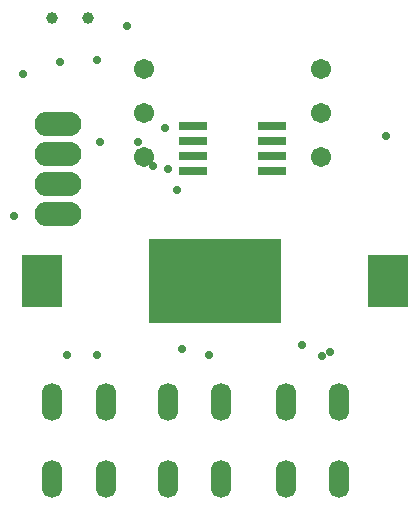
<source format=gbs>
G04*
G04 #@! TF.GenerationSoftware,Altium Limited,Altium Designer,18.0.9 (584)*
G04*
G04 Layer_Color=16711935*
%FSLAX44Y44*%
%MOMM*%
G71*
G01*
G75*
%ADD20O,3.9624X2.0828*%
%ADD21C,1.0033*%
%ADD22O,1.7032X3.2032*%
%ADD23C,0.7032*%
G04:AMPARAMS|DCode=40|XSize=1.7033mm|YSize=1.7033mm|CornerRadius=0.8517mm|HoleSize=0mm|Usage=FLASHONLY|Rotation=90.000|XOffset=0mm|YOffset=0mm|HoleType=Round|Shape=RoundedRectangle|*
%AMROUNDEDRECTD40*
21,1,1.7033,0.0000,0,0,90.0*
21,1,0.0000,1.7033,0,0,90.0*
1,1,1.7033,0.0000,0.0000*
1,1,1.7033,0.0000,0.0000*
1,1,1.7033,0.0000,0.0000*
1,1,1.7033,0.0000,0.0000*
%
%ADD40ROUNDEDRECTD40*%
G04:AMPARAMS|DCode=41|XSize=1.7033mm|YSize=1.7033mm|CornerRadius=0.8517mm|HoleSize=0mm|Usage=FLASHONLY|Rotation=180.000|XOffset=0mm|YOffset=0mm|HoleType=Round|Shape=RoundedRectangle|*
%AMROUNDEDRECTD41*
21,1,1.7033,0.0000,0,0,180.0*
21,1,0.0000,1.7033,0,0,180.0*
1,1,1.7033,0.0000,0.0000*
1,1,1.7033,0.0000,0.0000*
1,1,1.7033,0.0000,0.0000*
1,1,1.7033,0.0000,0.0000*
%
%ADD41ROUNDEDRECTD41*%
%ADD42R,3.4031X4.4031*%
%ADD43R,11.2032X7.2032*%
%ADD44R,2.4892X0.8032*%
D20*
X65000Y264200D02*
D03*
Y289600D02*
D03*
Y315000D02*
D03*
Y340400D02*
D03*
D21*
X59999Y430000D02*
D03*
X90001D02*
D03*
D22*
X202499Y104999D02*
D03*
Y40001D02*
D03*
X157501Y104999D02*
D03*
Y40001D02*
D03*
X60001D02*
D03*
Y104999D02*
D03*
X104999Y40001D02*
D03*
Y104999D02*
D03*
X302499D02*
D03*
Y40001D02*
D03*
X257501Y104999D02*
D03*
Y40001D02*
D03*
D23*
X35000Y382500D02*
D03*
X157500Y302500D02*
D03*
X165000Y284999D02*
D03*
X271501Y153499D02*
D03*
X132500Y325000D02*
D03*
X100000D02*
D03*
X170000Y150000D02*
D03*
X72500Y145000D02*
D03*
X27500Y262500D02*
D03*
X145000Y305000D02*
D03*
X123500Y423500D02*
D03*
X342500Y330000D02*
D03*
X155000Y337500D02*
D03*
X66770Y393230D02*
D03*
X97500Y145000D02*
D03*
X192500D02*
D03*
X288499Y144001D02*
D03*
X295000Y147500D02*
D03*
X97500Y395000D02*
D03*
D40*
X287500Y350000D02*
D03*
X137500Y387500D02*
D03*
Y350000D02*
D03*
Y312500D02*
D03*
X287500Y387500D02*
D03*
D41*
Y312500D02*
D03*
D42*
X344000Y207500D02*
D03*
X51000D02*
D03*
D43*
X197500D02*
D03*
D44*
X179201Y300950D02*
D03*
Y313650D02*
D03*
Y339050D02*
D03*
X245800Y300950D02*
D03*
Y313650D02*
D03*
Y339050D02*
D03*
X179201Y326350D02*
D03*
X245800D02*
D03*
M02*

</source>
